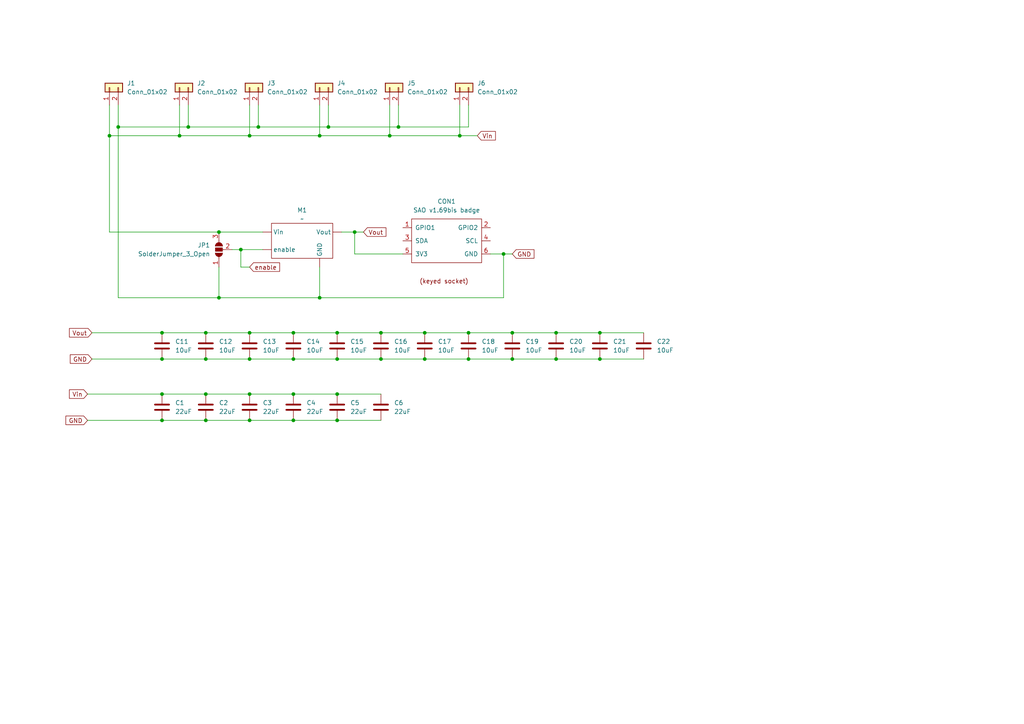
<source format=kicad_sch>
(kicad_sch (version 20250114) (generator "eeschema") (generator_version "9.0")
  (paper "A4")
  (lib_symbols
    (symbol "Connector_Generic:Conn_01x02" (pin_names (offset 1.016) (hide yes))
      (property "Reference" "J" (at 0 2.54 0))
      (property "Value" "Conn_01x02" (at 0 -5.08 0))
      (symbol "Conn_01x02_1_1"
        (rectangle (start -1.27 1.27) (end 1.27 -3.81) (stroke (width 0.254)) (fill (type background)))
        (rectangle (start -1.27 0.127) (end 0 -0.127) (stroke (width 0.1524)))
        (rectangle (start -1.27 -2.413) (end 0 -2.667) (stroke (width 0.1524)))
        (pin passive line (at -5.08 0 0) (length 3.81) (name "Pin_1") (number "1"))
        (pin passive line (at -5.08 -2.54 0) (length 3.81) (name "Pin_2") (number "2"))
      )
    )
    (symbol "Device:C" (pin_numbers (hide yes)) (pin_names (offset 0.254))
      (property "Reference" "C" (at 0.635 2.54 0))
      (property "Value" "C" (at 0.635 -2.54 0))
      (symbol "C_0_1"
        (polyline (pts (xy -2.032 0.762) (xy 2.032 0.762)) (stroke (width 0.508)))
        (polyline (pts (xy -2.032 -0.762) (xy 2.032 -0.762)) (stroke (width 0.508)))
      )
      (symbol "C_1_1"
        (pin passive line (at 0 3.81 270) (length 2.794) (name "~") (number "1"))
        (pin passive line (at 0 -3.81 90) (length 2.794) (name "~") (number "2"))
      )
    )
    (symbol "Jumper:SolderJumper_3_Open" (pin_names (offset 0) (hide yes)) (exclude_from_sim yes) (in_bom no)
      (property "Reference" "JP" (at -2.54 -2.54 0))
      (property "Value" "SolderJumper_3_Open" (at 0 2.794 0))
      (symbol "SolderJumper_3_Open_0_1"
        (polyline (pts (xy -2.54 0) (xy -2.032 0)))
        (polyline (pts (xy -1.016 1.016) (xy -1.016 -1.016)))
        (arc (start -1.016 -1.016) (mid -2.0276 0) (end -1.016 1.016))
        (arc (start -1.016 -1.016) (mid -2.0276 0) (end -1.016 1.016) (fill (type outline)))
        (rectangle (start -0.508 1.016) (end 0.508 -1.016) (fill (type outline)))
        (polyline (pts (xy 0 -1.27) (xy 0 -1.016)))
        (arc (start 1.016 1.016) (mid 2.0276 0) (end 1.016 -1.016))
        (arc (start 1.016 1.016) (mid 2.0276 0) (end 1.016 -1.016) (fill (type outline)))
        (polyline (pts (xy 1.016 1.016) (xy 1.016 -1.016)))
        (polyline (pts (xy 2.54 0) (xy 2.032 0)))
      )
      (symbol "SolderJumper_3_Open_1_1"
        (pin passive line (at -5.08 0 0) (length 2.54) (name "A") (number "1"))
        (pin passive line (at 0 -3.81 90) (length 2.54) (name "C") (number "2"))
        (pin passive line (at 5.08 0 180) (length 2.54) (name "B") (number "3"))
      )
    )
    (symbol "extra:SAO v1.69bis badge" (pin_names (offset 1.016))
      (property "Reference" "J" (at -1.27 8.89 0))
      (property "Value" "SAO v1.69bis badge" (at -10.6806 -8.89 0))
      (symbol "SAO v1.69bis badge_0_1"
        (rectangle (start -10.16 6.35) (end 10.16 -6.35))
      )
      (symbol "SAO v1.69bis badge_1_1"
        (text "(keyed socket)" (at -0.762 -11.684 0) (effects (font (size 1.27 1.27))))
        (pin bidirectional line (at -12.7 3.81 0) (length 2.54) (name "GPIO1") (number "1"))
        (pin bidirectional line (at -12.7 0 0) (length 2.54) (name "SDA") (number "3"))
        (pin power_in line (at -12.7 -3.81 0) (length 2.54) (name "3V3") (number "5"))
        (pin bidirectional line (at 12.7 3.81 180) (length 2.54) (name "GPIO2") (number "2"))
        (pin input line (at 12.7 0 180) (length 2.54) (name "SCL") (number "4"))
        (pin power_in line (at 12.7 -3.81 180) (length 2.54) (name "GND") (number "6"))
      )
    )
    (symbol "extra:boost/buck_converter"
      (property "Reference" "M" (at 0 0 0))
      (symbol "boost/buck_converter_0_1"
        (rectangle (start -8.89 5.08) (end 8.89 -5.08))
      )
      (symbol "boost/buck_converter_1_1"
        (pin power_in line (at -11.43 2.54 0) (length 2.54) (name "Vin") (number ""))
        (pin input line (at -11.43 -2.54 0) (length 2.54) (name "enable") (number ""))
        (pin power_in line (at 5.08 -7.62 90) (length 2.54) (name "GND") (number ""))
        (pin power_out line (at 11.43 2.54 180) (length 2.54) (name "Vout") (number ""))
      )
    )
  )
  (junction (at 72.39 96.52))
  (junction (at 59.69 104.14))
  (junction (at 148.59 104.14))
  (junction (at 173.99 104.14))
  (junction (at 97.79 104.14))
  (junction (at 123.19 96.52))
  (junction (at 46.99 121.92))
  (junction (at 59.69 96.52))
  (junction (at 95.25 36.83))
  (junction (at 59.69 114.3))
  (junction (at 148.59 96.52))
  (junction (at 97.79 114.3))
  (junction (at 85.09 96.52))
  (junction (at 63.5 86.36))
  (junction (at 69.85 72.39))
  (junction (at 133.35 39.37))
  (junction (at 46.99 104.14))
  (junction (at 59.69 121.92))
  (junction (at 102.87 67.31))
  (junction (at 31.75 39.37))
  (junction (at 74.93 36.83))
  (junction (at 123.19 104.14))
  (junction (at 85.09 114.3))
  (junction (at 85.09 121.92))
  (junction (at 135.89 104.14))
  (junction (at 161.29 96.52))
  (junction (at 46.99 96.52))
  (junction (at 110.49 104.14))
  (junction (at 113.03 39.37))
  (junction (at 72.39 121.92))
  (junction (at 72.39 39.37))
  (junction (at 72.39 104.14))
  (junction (at 110.49 96.52))
  (junction (at 85.09 104.14))
  (junction (at 46.99 114.3))
  (junction (at 34.29 36.83))
  (junction (at 135.89 96.52))
  (junction (at 54.61 36.83))
  (junction (at 146.05 73.66))
  (junction (at 92.71 39.37))
  (junction (at 52.07 39.37))
  (junction (at 115.57 36.83))
  (junction (at 161.29 104.14))
  (junction (at 63.5 67.31))
  (junction (at 97.79 96.52))
  (junction (at 92.71 86.36))
  (junction (at 72.39 114.3))
  (junction (at 173.99 96.52))
  (junction (at 97.79 121.92))
  (wire (pts (xy 72.39 104.14) (xy 59.69 104.14)))
  (wire (pts (xy 69.85 72.39) (xy 76.2 72.39)))
  (wire (pts (xy 67.31 72.39) (xy 69.85 72.39)))
  (wire (pts (xy 63.5 67.31) (xy 76.2 67.31)))
  (wire (pts (xy 34.29 30.48) (xy 34.29 36.83)))
  (wire (pts (xy 92.71 30.48) (xy 92.71 39.37)))
  (wire (pts (xy 110.49 96.52) (xy 123.19 96.52)))
  (wire (pts (xy 34.29 86.36) (xy 34.29 36.83)))
  (wire (pts (xy 97.79 104.14) (xy 85.09 104.14)))
  (wire (pts (xy 74.93 36.83) (xy 54.61 36.83)))
  (wire (pts (xy 85.09 114.3) (xy 72.39 114.3)))
  (wire (pts (xy 135.89 36.83) (xy 115.57 36.83)))
  (wire (pts (xy 59.69 96.52) (xy 46.99 96.52)))
  (wire (pts (xy 110.49 121.92) (xy 97.79 121.92)))
  (wire (pts (xy 72.39 121.92) (xy 59.69 121.92)))
  (wire (pts (xy 72.39 30.48) (xy 72.39 39.37)))
  (wire (pts (xy 142.24 73.66) (xy 146.05 73.66)))
  (wire (pts (xy 133.35 39.37) (xy 138.43 39.37)))
  (wire (pts (xy 148.59 104.14) (xy 135.89 104.14)))
  (wire (pts (xy 46.99 104.14) (xy 26.67 104.14)))
  (wire (pts (xy 186.69 96.52) (xy 173.99 96.52)))
  (wire (pts (xy 54.61 30.48) (xy 54.61 36.83)))
  (wire (pts (xy 63.5 77.47) (xy 63.5 86.36)))
  (wire (pts (xy 74.93 30.48) (xy 74.93 36.83)))
  (wire (pts (xy 110.49 96.52) (xy 97.79 96.52)))
  (wire (pts (xy 85.09 96.52) (xy 72.39 96.52)))
  (wire (pts (xy 95.25 36.83) (xy 74.93 36.83)))
  (wire (pts (xy 161.29 96.52) (xy 148.59 96.52)))
  (wire (pts (xy 72.39 39.37) (xy 52.07 39.37)))
  (wire (pts (xy 186.69 104.14) (xy 173.99 104.14)))
  (wire (pts (xy 173.99 104.14) (xy 161.29 104.14)))
  (wire (pts (xy 52.07 39.37) (xy 31.75 39.37)))
  (wire (pts (xy 97.79 96.52) (xy 85.09 96.52)))
  (wire (pts (xy 102.87 67.31) (xy 99.06 67.31)))
  (wire (pts (xy 116.84 73.66) (xy 102.87 73.66)))
  (wire (pts (xy 133.35 30.48) (xy 133.35 39.37)))
  (wire (pts (xy 148.59 96.52) (xy 135.89 96.52)))
  (wire (pts (xy 85.09 121.92) (xy 72.39 121.92)))
  (wire (pts (xy 59.69 104.14) (xy 46.99 104.14)))
  (wire (pts (xy 110.49 104.14) (xy 97.79 104.14)))
  (wire (pts (xy 102.87 67.31) (xy 105.41 67.31)))
  (wire (pts (xy 102.87 73.66) (xy 102.87 67.31)))
  (wire (pts (xy 135.89 30.48) (xy 135.89 36.83)))
  (wire (pts (xy 54.61 36.83) (xy 34.29 36.83)))
  (wire (pts (xy 110.49 114.3) (xy 97.79 114.3)))
  (wire (pts (xy 135.89 104.14) (xy 123.19 104.14)))
  (wire (pts (xy 146.05 73.66) (xy 146.05 86.36)))
  (wire (pts (xy 97.79 114.3) (xy 85.09 114.3)))
  (wire (pts (xy 110.49 104.14) (xy 123.19 104.14)))
  (wire (pts (xy 31.75 30.48) (xy 31.75 39.37)))
  (wire (pts (xy 92.71 86.36) (xy 92.71 77.47)))
  (wire (pts (xy 34.29 86.36) (xy 63.5 86.36)))
  (wire (pts (xy 113.03 39.37) (xy 92.71 39.37)))
  (wire (pts (xy 146.05 73.66) (xy 148.59 73.66)))
  (wire (pts (xy 173.99 96.52) (xy 161.29 96.52)))
  (wire (pts (xy 59.69 114.3) (xy 46.99 114.3)))
  (wire (pts (xy 115.57 36.83) (xy 95.25 36.83)))
  (wire (pts (xy 46.99 121.92) (xy 25.4 121.92)))
  (wire (pts (xy 146.05 86.36) (xy 92.71 86.36)))
  (wire (pts (xy 46.99 114.3) (xy 25.4 114.3)))
  (wire (pts (xy 69.85 77.47) (xy 69.85 72.39)))
  (wire (pts (xy 97.79 121.92) (xy 85.09 121.92)))
  (wire (pts (xy 46.99 96.52) (xy 26.67 96.52)))
  (wire (pts (xy 161.29 104.14) (xy 148.59 104.14)))
  (wire (pts (xy 85.09 104.14) (xy 72.39 104.14)))
  (wire (pts (xy 113.03 30.48) (xy 113.03 39.37)))
  (wire (pts (xy 92.71 39.37) (xy 72.39 39.37)))
  (wire (pts (xy 63.5 86.36) (xy 92.71 86.36)))
  (wire (pts (xy 72.39 96.52) (xy 59.69 96.52)))
  (wire (pts (xy 59.69 121.92) (xy 46.99 121.92)))
  (wire (pts (xy 31.75 67.31) (xy 31.75 39.37)))
  (wire (pts (xy 52.07 30.48) (xy 52.07 39.37)))
  (wire (pts (xy 95.25 30.48) (xy 95.25 36.83)))
  (wire (pts (xy 115.57 30.48) (xy 115.57 36.83)))
  (wire (pts (xy 31.75 67.31) (xy 63.5 67.31)))
  (wire (pts (xy 135.89 96.52) (xy 123.19 96.52)))
  (wire (pts (xy 133.35 39.37) (xy 113.03 39.37)))
  (wire (pts (xy 72.39 114.3) (xy 59.69 114.3)))
  (wire (pts (xy 72.39 77.47) (xy 69.85 77.47)))
  (global_label "Vin" (shape input) (at 25.4 114.3 180) (property "Intersheetrefs" "${INTERSHEET_REFS}" (effects (hide yes))))
  (global_label "Vin" (shape input) (at 138.43 39.37 0) (property "Intersheetrefs" "${INTERSHEET_REFS}" (effects (hide yes))))
  (global_label "Vout" (shape input) (at 26.67 96.52 180) (property "Intersheetrefs" "${INTERSHEET_REFS}" (effects (hide yes))))
  (global_label "enable" (shape input) (at 72.39 77.47 0) (property "Intersheetrefs" "${INTERSHEET_REFS}" (effects (hide yes))))
  (global_label "GND" (shape input) (at 25.4 121.92 180) (property "Intersheetrefs" "${INTERSHEET_REFS}" (effects (hide yes))))
  (global_label "GND" (shape input) (at 26.67 104.14 180) (property "Intersheetrefs" "${INTERSHEET_REFS}" (effects (hide yes))))
  (global_label "Vout" (shape input) (at 105.41 67.31 0) (property "Intersheetrefs" "${INTERSHEET_REFS}" (effects (hide yes))))
  (global_label "GND" (shape input) (at 148.59 73.66 0) (property "Intersheetrefs" "${INTERSHEET_REFS}" (effects (hide yes))))
  (symbol (lib_id "Device:C") (at 148.59 100.33 0) (unit 1)
    (property "Reference" "C19" (at 152.4 99.0599 0) (effects (justify left)))
    (property "Value" "10uF" (at 152.4 101.5999 0) (effects (justify left)))
    (property "Footprint" "Capacitor_SMD:C_0402_1005Metric_Pad0.74x0.62mm_HandSolder" (effects (hide yes)))
    (property "Description" "Unpolarized capacitor" (effects (hide yes)))
  )
  (symbol (lib_id "Device:C") (at 123.19 100.33 0) (unit 1)
    (property "Reference" "C17" (at 127 99.0599 0) (effects (justify left)))
    (property "Value" "10uF" (at 127 101.5999 0) (effects (justify left)))
    (property "Footprint" "Capacitor_SMD:C_0402_1005Metric_Pad0.74x0.62mm_HandSolder" (effects (hide yes)))
    (property "Description" "Unpolarized capacitor" (effects (hide yes)))
  )
  (symbol (lib_id "Device:C") (at 72.39 100.33 0) (unit 1)
    (property "Reference" "C13" (at 76.2 99.0599 0) (effects (justify left)))
    (property "Value" "10uF" (at 76.2 101.5999 0) (effects (justify left)))
    (property "Footprint" "Capacitor_SMD:C_0402_1005Metric_Pad0.74x0.62mm_HandSolder" (effects (hide yes)))
    (property "Description" "Unpolarized capacitor" (effects (hide yes)))
  )
  (symbol (lib_id "Device:C") (at 46.99 100.33 0) (unit 1)
    (property "Reference" "C11" (at 50.8 99.0599 0) (effects (justify left)))
    (property "Value" "10uF" (at 50.8 101.5999 0) (effects (justify left)))
    (property "Footprint" "Capacitor_SMD:C_0402_1005Metric_Pad0.74x0.62mm_HandSolder" (effects (hide yes)))
    (property "Description" "Unpolarized capacitor" (effects (hide yes)))
  )
  (symbol (lib_id "Device:C") (at 97.79 100.33 0) (unit 1)
    (property "Reference" "C15" (at 101.6 99.0599 0) (effects (justify left)))
    (property "Value" "10uF" (at 101.6 101.5999 0) (effects (justify left)))
    (property "Footprint" "Capacitor_SMD:C_0402_1005Metric_Pad0.74x0.62mm_HandSolder" (effects (hide yes)))
    (property "Description" "Unpolarized capacitor" (effects (hide yes)))
  )
  (symbol (lib_id "Device:C") (at 173.99 100.33 0) (unit 1)
    (property "Reference" "C21" (at 177.8 99.0599 0) (effects (justify left)))
    (property "Value" "10uF" (at 177.8 101.5999 0) (effects (justify left)))
    (property "Footprint" "Capacitor_SMD:C_0402_1005Metric_Pad0.74x0.62mm_HandSolder" (effects (hide yes)))
    (property "Description" "Unpolarized capacitor" (effects (hide yes)))
  )
  (symbol (lib_id "extra:SAO v1.69bis badge") (at 129.54 69.85 0) (unit 1)
    (property "Reference" "CON1" (at 129.54 58.42 0))
    (property "Value" "SAO v1.69bis badge" (at 129.54 60.96 0))
    (property "Footprint" "Connector_IDC:IDC-Header_2x03_P2.54mm_Vertical" (effects (hide yes)))
    (property "Datasheet" "https://hackaday.com/2019/03/20/introducing-the-shitty-add-on-v1-69bis-standard/" (effects (hide yes)))
  )
  (symbol (lib_id "Device:C") (at 110.49 118.11 0) (unit 1)
    (property "Reference" "C6" (at 114.3 116.8399 0) (effects (justify left)))
    (property "Value" "22uF" (at 114.3 119.3799 0) (effects (justify left)))
    (property "Footprint" "Capacitor_SMD:C_0805_2012Metric_Pad1.18x1.45mm_HandSolder" (effects (hide yes)))
    (property "Description" "Unpolarized capacitor" (effects (hide yes)))
  )
  (symbol (lib_id "Connector_Generic:Conn_01x02") (at 113.03 25.4 90) (unit 1)
    (property "Reference" "J5" (at 118.11 24.1299 90) (effects (justify right)))
    (property "Value" "Conn_01x02" (at 118.11 26.6699 90) (effects (justify right)))
    (property "Footprint" "Connector_PinHeader_2.54mm:PinHeader_1x02_P2.54mm_Vertical" (effects (hide yes)))
    (property "Description" "Generic connector, single row, 01x02, script generated (kicad-library-utils/schlib/autogen/connector/)" (effects (hide yes)))
  )
  (symbol (lib_id "Device:C") (at 59.69 100.33 0) (unit 1)
    (property "Reference" "C12" (at 63.5 99.0599 0) (effects (justify left)))
    (property "Value" "10uF" (at 63.5 101.5999 0) (effects (justify left)))
    (property "Footprint" "Capacitor_SMD:C_0402_1005Metric_Pad0.74x0.62mm_HandSolder" (effects (hide yes)))
    (property "Description" "Unpolarized capacitor" (effects (hide yes)))
  )
  (symbol (lib_id "Device:C") (at 72.39 118.11 0) (unit 1)
    (property "Reference" "C3" (at 76.2 116.8399 0) (effects (justify left)))
    (property "Value" "22uF" (at 76.2 119.3799 0) (effects (justify left)))
    (property "Footprint" "Capacitor_SMD:C_0805_2012Metric_Pad1.18x1.45mm_HandSolder" (effects (hide yes)))
    (property "Description" "Unpolarized capacitor" (effects (hide yes)))
  )
  (symbol (lib_id "Device:C") (at 135.89 100.33 0) (unit 1)
    (property "Reference" "C18" (at 139.7 99.0599 0) (effects (justify left)))
    (property "Value" "10uF" (at 139.7 101.5999 0) (effects (justify left)))
    (property "Footprint" "Capacitor_SMD:C_0402_1005Metric_Pad0.74x0.62mm_HandSolder" (effects (hide yes)))
    (property "Description" "Unpolarized capacitor" (effects (hide yes)))
  )
  (symbol (lib_id "Connector_Generic:Conn_01x02") (at 31.75 25.4 90) (unit 1)
    (property "Reference" "J1" (at 36.83 24.1299 90) (effects (justify right)))
    (property "Value" "Conn_01x02" (at 36.83 26.6699 90) (effects (justify right)))
    (property "Footprint" "Connector_PinHeader_2.54mm:PinHeader_1x02_P2.54mm_Vertical" (effects (hide yes)))
    (property "Description" "Generic connector, single row, 01x02, script generated (kicad-library-utils/schlib/autogen/connector/)" (effects (hide yes)))
  )
  (symbol (lib_id "Connector_Generic:Conn_01x02") (at 92.71 25.4 90) (unit 1)
    (property "Reference" "J4" (at 97.79 24.1299 90) (effects (justify right)))
    (property "Value" "Conn_01x02" (at 97.79 26.6699 90) (effects (justify right)))
    (property "Footprint" "Connector_PinHeader_2.54mm:PinHeader_1x02_P2.54mm_Vertical" (effects (hide yes)))
    (property "Description" "Generic connector, single row, 01x02, script generated (kicad-library-utils/schlib/autogen/connector/)" (effects (hide yes)))
  )
  (symbol (lib_id "Jumper:SolderJumper_3_Open") (at 63.5 72.39 90) (unit 1) (exclude_from_sim yes) (in_bom no)
    (property "Reference" "JP1" (at 60.96 71.1199 90) (effects (justify left)))
    (property "Value" "SolderJumper_3_Open" (at 60.96 73.6599 90) (effects (justify left)))
    (property "Footprint" "Jumper:SolderJumper-3_P1.3mm_Open_Pad1.0x1.5mm_NumberLabels" (effects (hide yes)))
    (property "Description" "Solder Jumper, 3-pole, open" (effects (hide yes)))
  )
  (symbol (lib_id "Device:C") (at 186.69 100.33 0) (unit 1)
    (property "Reference" "C22" (at 190.5 99.0599 0) (effects (justify left)))
    (property "Value" "10uF" (at 190.5 101.5999 0) (effects (justify left)))
    (property "Footprint" "Capacitor_SMD:C_0402_1005Metric_Pad0.74x0.62mm_HandSolder" (effects (hide yes)))
    (property "Description" "Unpolarized capacitor" (effects (hide yes)))
  )
  (symbol (lib_id "Device:C") (at 46.99 118.11 0) (unit 1)
    (property "Reference" "C1" (at 50.8 116.8399 0) (effects (justify left)))
    (property "Value" "22uF" (at 50.8 119.3799 0) (effects (justify left)))
    (property "Footprint" "Capacitor_SMD:C_0805_2012Metric_Pad1.18x1.45mm_HandSolder" (effects (hide yes)))
    (property "Description" "Unpolarized capacitor" (effects (hide yes)))
  )
  (symbol (lib_id "Connector_Generic:Conn_01x02") (at 52.07 25.4 90) (unit 1)
    (property "Reference" "J2" (at 57.15 24.1299 90) (effects (justify right)))
    (property "Value" "Conn_01x02" (at 57.15 26.6699 90) (effects (justify right)))
    (property "Footprint" "Connector_PinHeader_2.54mm:PinHeader_1x02_P2.54mm_Vertical" (effects (hide yes)))
    (property "Description" "Generic connector, single row, 01x02, script generated (kicad-library-utils/schlib/autogen/connector/)" (effects (hide yes)))
  )
  (symbol (lib_id "Device:C") (at 110.49 100.33 0) (unit 1)
    (property "Reference" "C16" (at 114.3 99.0599 0) (effects (justify left)))
    (property "Value" "10uF" (at 114.3 101.5999 0) (effects (justify left)))
    (property "Footprint" "Capacitor_SMD:C_0402_1005Metric_Pad0.74x0.62mm_HandSolder" (effects (hide yes)))
    (property "Description" "Unpolarized capacitor" (effects (hide yes)))
  )
  (symbol (lib_id "Connector_Generic:Conn_01x02") (at 133.35 25.4 90) (unit 1)
    (property "Reference" "J6" (at 138.43 24.1299 90) (effects (justify right)))
    (property "Value" "Conn_01x02" (at 138.43 26.6699 90) (effects (justify right)))
    (property "Footprint" "Connector_PinHeader_2.54mm:PinHeader_1x02_P2.54mm_Vertical" (effects (hide yes)))
    (property "Description" "Generic connector, single row, 01x02, script generated (kicad-library-utils/schlib/autogen/connector/)" (effects (hide yes)))
  )
  (symbol (lib_id "Device:C") (at 85.09 100.33 0) (unit 1)
    (property "Reference" "C14" (at 88.9 99.0599 0) (effects (justify left)))
    (property "Value" "10uF" (at 88.9 101.5999 0) (effects (justify left)))
    (property "Footprint" "Capacitor_SMD:C_0402_1005Metric_Pad0.74x0.62mm_HandSolder" (effects (hide yes)))
    (property "Description" "Unpolarized capacitor" (effects (hide yes)))
  )
  (symbol (lib_id "Device:C") (at 85.09 118.11 0) (unit 1)
    (property "Reference" "C4" (at 88.9 116.8399 0) (effects (justify left)))
    (property "Value" "22uF" (at 88.9 119.3799 0) (effects (justify left)))
    (property "Footprint" "Capacitor_SMD:C_0805_2012Metric_Pad1.18x1.45mm_HandSolder" (effects (hide yes)))
    (property "Description" "Unpolarized capacitor" (effects (hide yes)))
  )
  (symbol (lib_id "Device:C") (at 161.29 100.33 0) (unit 1)
    (property "Reference" "C20" (at 165.1 99.0599 0) (effects (justify left)))
    (property "Value" "10uF" (at 165.1 101.5999 0) (effects (justify left)))
    (property "Footprint" "Capacitor_SMD:C_0402_1005Metric_Pad0.74x0.62mm_HandSolder" (effects (hide yes)))
    (property "Description" "Unpolarized capacitor" (effects (hide yes)))
  )
  (symbol (lib_id "Device:C") (at 59.69 118.11 0) (unit 1)
    (property "Reference" "C2" (at 63.5 116.8399 0) (effects (justify left)))
    (property "Value" "22uF" (at 63.5 119.3799 0) (effects (justify left)))
    (property "Footprint" "Capacitor_SMD:C_0805_2012Metric_Pad1.18x1.45mm_HandSolder" (effects (hide yes)))
    (property "Description" "Unpolarized capacitor" (effects (hide yes)))
  )
  (symbol (lib_id "extra:boost/buck_converter") (at 87.63 69.85 0) (unit 1)
    (property "Reference" "M1" (at 87.63 60.96 0))
    (property "Value" "~" (at 87.63 63.5 0))
  )
  (symbol (lib_id "Device:C") (at 97.79 118.11 0) (unit 1)
    (property "Reference" "C5" (at 101.6 116.8399 0) (effects (justify left)))
    (property "Value" "22uF" (at 101.6 119.3799 0) (effects (justify left)))
    (property "Footprint" "Capacitor_SMD:C_0805_2012Metric_Pad1.18x1.45mm_HandSolder" (effects (hide yes)))
    (property "Description" "Unpolarized capacitor" (effects (hide yes)))
  )
  (symbol (lib_id "Connector_Generic:Conn_01x02") (at 72.39 25.4 90) (unit 1)
    (property "Reference" "J3" (at 77.47 24.1299 90) (effects (justify right)))
    (property "Value" "Conn_01x02" (at 77.47 26.6699 90) (effects (justify right)))
    (property "Footprint" "Connector_PinHeader_2.54mm:PinHeader_1x02_P2.54mm_Vertical" (effects (hide yes)))
    (property "Description" "Generic connector, single row, 01x02, script generated (kicad-library-utils/schlib/autogen/connector/)" (effects (hide yes)))
  )
)
</source>
